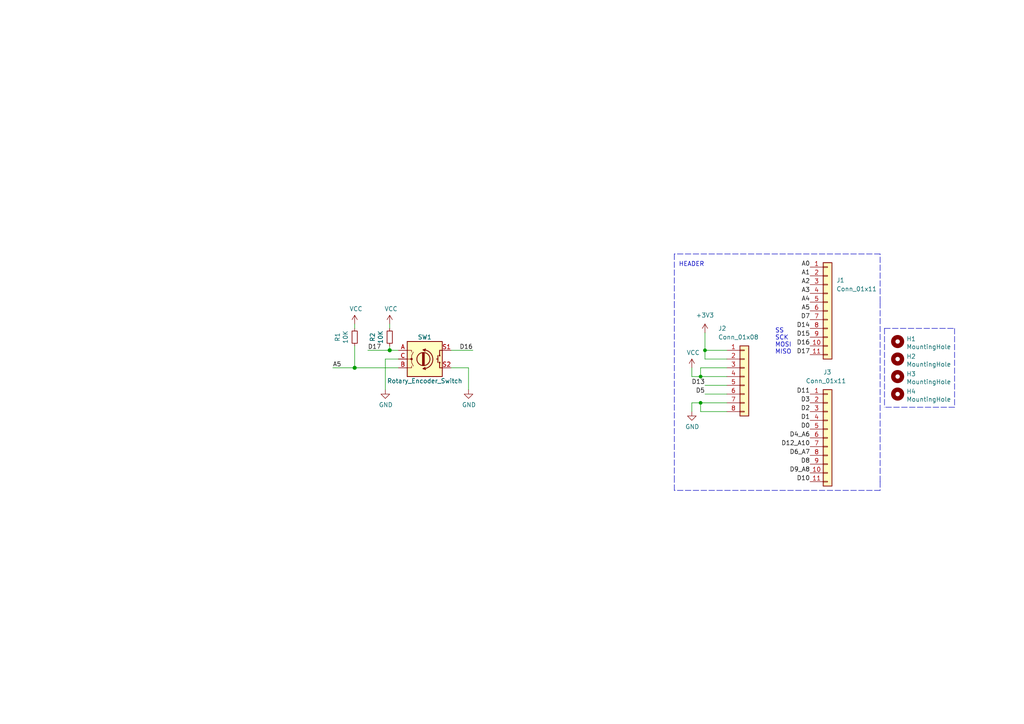
<source format=kicad_sch>
(kicad_sch (version 20211123) (generator eeschema)
  (paper "A4")
  (title_block (title "Arduino Module") (date "2021-11-13") (rev "1.0"))
  (lib_symbols
    (symbol "Connector_Generic:Conn_01x08" (pin_names (offset 1.016) hide)
      (property "Reference" "J" (at 0 10.16 0))
      (property "Value" "Conn_01x08" (at 0 -12.7 0))
      (symbol "Conn_01x08_1_1"
        (rectangle (start -1.27 -10.033) (end 0 -10.287) (stroke (width 0.1524)))
        (rectangle (start -1.27 -7.493) (end 0 -7.747) (stroke (width 0.1524)))
        (rectangle (start -1.27 -4.953) (end 0 -5.207) (stroke (width 0.1524)))
        (rectangle (start -1.27 -2.413) (end 0 -2.667) (stroke (width 0.1524)))
        (rectangle (start -1.27 0.127) (end 0 -0.127) (stroke (width 0.1524)))
        (rectangle (start -1.27 2.667) (end 0 2.413) (stroke (width 0.1524)))
        (rectangle (start -1.27 5.207) (end 0 4.953) (stroke (width 0.1524)))
        (rectangle (start -1.27 7.747) (end 0 7.493) (stroke (width 0.1524)))
        (rectangle (start -1.27 8.89) (end 1.27 -11.43) (stroke (width 0.254)) (fill (type background)))
        (pin passive line (at -5.08 7.62 0) (length 3.81) (name "Pin_1") (number "1"))
        (pin passive line (at -5.08 5.08 0) (length 3.81) (name "Pin_2") (number "2"))
        (pin passive line (at -5.08 2.54 0) (length 3.81) (name "Pin_3") (number "3"))
        (pin passive line (at -5.08 0 0) (length 3.81) (name "Pin_4") (number "4"))
        (pin passive line (at -5.08 -2.54 0) (length 3.81) (name "Pin_5") (number "5"))
        (pin passive line (at -5.08 -5.08 0) (length 3.81) (name "Pin_6") (number "6"))
        (pin passive line (at -5.08 -7.62 0) (length 3.81) (name "Pin_7") (number "7"))
        (pin passive line (at -5.08 -10.16 0) (length 3.81) (name "Pin_8") (number "8"))
      )
    )
    (symbol "Connector_Generic:Conn_01x11" (pin_names (offset 1.016) hide)
      (property "Reference" "J" (at 0 15.24 0))
      (property "Value" "Conn_01x11" (at 0 -15.24 0))
      (symbol "Conn_01x11_1_1"
        (rectangle (start -1.27 -12.573) (end 0 -12.827) (stroke (width 0.1524)))
        (rectangle (start -1.27 -10.033) (end 0 -10.287) (stroke (width 0.1524)))
        (rectangle (start -1.27 -7.493) (end 0 -7.747) (stroke (width 0.1524)))
        (rectangle (start -1.27 -4.953) (end 0 -5.207) (stroke (width 0.1524)))
        (rectangle (start -1.27 -2.413) (end 0 -2.667) (stroke (width 0.1524)))
        (rectangle (start -1.27 0.127) (end 0 -0.127) (stroke (width 0.1524)))
        (rectangle (start -1.27 2.667) (end 0 2.413) (stroke (width 0.1524)))
        (rectangle (start -1.27 5.207) (end 0 4.953) (stroke (width 0.1524)))
        (rectangle (start -1.27 7.747) (end 0 7.493) (stroke (width 0.1524)))
        (rectangle (start -1.27 10.287) (end 0 10.033) (stroke (width 0.1524)))
        (rectangle (start -1.27 12.827) (end 0 12.573) (stroke (width 0.1524)))
        (rectangle (start -1.27 13.97) (end 1.27 -13.97) (stroke (width 0.254)) (fill (type background)))
        (pin passive line (at -5.08 12.7 0) (length 3.81) (name "Pin_1") (number "1"))
        (pin passive line (at -5.08 -10.16 0) (length 3.81) (name "Pin_10") (number "10"))
        (pin passive line (at -5.08 -12.7 0) (length 3.81) (name "Pin_11") (number "11"))
        (pin passive line (at -5.08 10.16 0) (length 3.81) (name "Pin_2") (number "2"))
        (pin passive line (at -5.08 7.62 0) (length 3.81) (name "Pin_3") (number "3"))
        (pin passive line (at -5.08 5.08 0) (length 3.81) (name "Pin_4") (number "4"))
        (pin passive line (at -5.08 2.54 0) (length 3.81) (name "Pin_5") (number "5"))
        (pin passive line (at -5.08 0 0) (length 3.81) (name "Pin_6") (number "6"))
        (pin passive line (at -5.08 -2.54 0) (length 3.81) (name "Pin_7") (number "7"))
        (pin passive line (at -5.08 -5.08 0) (length 3.81) (name "Pin_8") (number "8"))
        (pin passive line (at -5.08 -7.62 0) (length 3.81) (name "Pin_9") (number "9"))
      )
    )
    (symbol "Device:R_Small" (pin_numbers hide) (pin_names (offset 0.254) hide)
      (property "Reference" "R" (at 0.762 0.508 0))
      (property "Value" "R_Small" (at 0.762 -1.016 0))
      (symbol "R_Small_0_1"
        (rectangle (start -0.762 1.778) (end 0.762 -1.778) (stroke (width 0.2032)))
      )
      (symbol "R_Small_1_1"
        (pin passive line (at 0 2.54 270) (length 0.762) (name "~") (number "1"))
        (pin passive line (at 0 -2.54 90) (length 0.762) (name "~") (number "2"))
      )
    )
    (symbol "Macro_Keyboard_v2-rescue:Rotary_Encoder_Switch-Device" (pin_names (offset 0.254) hide)
      (property "Reference" "SW" (at 0 6.604 0))
      (property "Value" "Rotary_Encoder_Switch-Device" (at 0 -6.604 0))
      (symbol "Rotary_Encoder_Switch-Device_0_1"
        (rectangle (start -5.08 5.08) (end 5.08 -5.08) (stroke (width 0.254)) (fill (type background)))
        (circle (center -3.81 0) (radius 0.254) (fill (type outline)))
        (arc (start -0.381 -2.794) (mid 2.3622 -0.0635) (end -0.381 2.667) (stroke (width 0.254)))
        (circle (center -0.381 0) (radius 1.905) (stroke (width 0.254)))
        (polyline (pts (xy -0.635 -1.778) (xy -0.635 1.778)) (stroke (width 0.254)))
        (polyline (pts (xy -0.381 -1.778) (xy -0.381 1.778)) (stroke (width 0.254)))
        (polyline (pts (xy -0.127 1.778) (xy -0.127 -1.778)) (stroke (width 0.254)))
        (polyline (pts (xy 3.81 0) (xy 3.429 0)) (stroke (width 0.254)))
        (polyline (pts (xy 3.81 1.016) (xy 3.81 -1.016)) (stroke (width 0.254)))
        (polyline (pts (xy -5.08 -2.54) (xy -3.81 -2.54) (xy -3.81 -2.032)))
        (polyline (pts (xy -5.08 2.54) (xy -3.81 2.54) (xy -3.81 2.032)))
        (polyline (pts (xy 0.254 -3.048) (xy -0.508 -2.794) (xy 0.127 -2.413)) (stroke (width 0.254)))
        (polyline (pts (xy 0.254 2.921) (xy -0.508 2.667) (xy 0.127 2.286)) (stroke (width 0.254)))
        (polyline (pts (xy 5.08 -2.54) (xy 4.318 -2.54) (xy 4.318 -1.016)) (stroke (width 0.254)))
        (polyline (pts (xy 5.08 2.54) (xy 4.318 2.54) (xy 4.318 1.016)) (stroke (width 0.254)))
        (polyline (pts (xy -5.08 0) (xy -3.81 0) (xy -3.81 -1.016) (xy -3.302 -2.032)))
        (polyline (pts (xy -4.318 0) (xy -3.81 0) (xy -3.81 1.016) (xy -3.302 2.032)))
        (circle (center 4.318 -1.016) (radius 0.127) (stroke (width 0.254)))
        (circle (center 4.318 1.016) (radius 0.127) (stroke (width 0.254)))
      )
      (symbol "Rotary_Encoder_Switch-Device_1_1"
        (pin passive line (at -7.62 2.54 0) (length 2.54) (name "A") (number "A"))
        (pin passive line (at -7.62 -2.54 0) (length 2.54) (name "B") (number "B"))
        (pin passive line (at -7.62 0 0) (length 2.54) (name "C") (number "C"))
        (pin passive line (at 7.62 2.54 180) (length 2.54) (name "S1") (number "S1"))
        (pin passive line (at 7.62 -2.54 180) (length 2.54) (name "S2") (number "S2"))
      )
    )
    (symbol "Mechanical:MountingHole" (pin_names (offset 1.016))
      (property "Reference" "H" (at 0 5.08 0))
      (property "Value" "MountingHole" (at 0 3.175 0))
      (symbol "MountingHole_0_1"
        (circle (center 0 0) (radius 1.27) (stroke (width 1.27)))
      )
    )
    (symbol "power:+3.3V" (power) (pin_names (offset 0))
      (property "Value" "+3.3V" (at 0 3.556 0))
      (symbol "+3.3V_0_1"
        (polyline (pts (xy -0.762 1.27) (xy 0 2.54)))
        (polyline (pts (xy 0 0) (xy 0 2.54)))
        (polyline (pts (xy 0 2.54) (xy 0.762 1.27)))
      )
      (symbol "+3.3V_1_1"
        (pin power_in line (at 0 0 90) (length 0) hide (name "+3V3") (number "1"))
      )
    )
    (symbol "power:GND" (power) (pin_names (offset 0))
      (property "Value" "GND" (at 0 -3.81 0))
      (symbol "GND_0_1"
        (polyline (pts (xy 0 0) (xy 0 -1.27) (xy 1.27 -1.27) (xy 0 -2.54) (xy -1.27 -1.27) (xy 0 -1.27)))
      )
      (symbol "GND_1_1"
        (pin power_in line (at 0 0 270) (length 0) hide (name "GND") (number "1"))
      )
    )
    (symbol "power:VCC" (power) (pin_names (offset 0))
      (property "Value" "VCC" (at 0 3.81 0))
      (symbol "VCC_0_1"
        (polyline (pts (xy -0.762 1.27) (xy 0 2.54)))
        (polyline (pts (xy 0 0) (xy 0 2.54)))
        (polyline (pts (xy 0 2.54) (xy 0.762 1.27)))
      )
      (symbol "VCC_1_1"
        (pin power_in line (at 0 0 90) (length 0) hide (name "VCC") (number "1"))
      )
    )
  )
  (junction (at 102.87 106.68) (diameter 1.016))
  (junction (at 203.2 116.84) (diameter 0.9144))
  (junction (at 113.03 101.6) (diameter 1.016))
  (junction (at 203.2 109.22) (diameter 0.9144))
  (junction (at 204.47 101.6) (diameter 0.9144))
  (wire (pts (xy 115.57 101.6) (xy 113.03 101.6)))
  (wire (pts (xy 102.87 93.98) (xy 102.87 95.25)))
  (wire (pts (xy 204.47 111.76) (xy 210.82 111.76)))
  (polyline (pts (xy 195.58 142.24) (xy 195.58 139.7)) (stroke (width 0) (type dash)))
  (polyline (pts (xy 255.27 139.7) (xy 255.27 142.24)) (stroke (width 0) (type dash)))
  (polyline (pts (xy 255.27 142.24) (xy 195.58 142.24)) (stroke (width 0) (type dash)))
  (wire (pts (xy 115.57 106.68) (xy 102.87 106.68)))
  (wire (pts (xy 130.81 106.68) (xy 135.89 106.68)))
  (wire (pts (xy 135.89 106.68) (xy 135.89 113.03)))
  (wire (pts (xy 204.47 101.6) (xy 204.47 104.14)))
  (wire (pts (xy 204.47 96.52) (xy 204.47 101.6)))
  (wire (pts (xy 210.82 104.14) (xy 204.47 104.14)))
  (wire (pts (xy 204.47 114.3) (xy 210.82 114.3)))
  (wire (pts (xy 115.57 104.14) (xy 111.76 104.14)))
  (wire (pts (xy 203.2 109.22) (xy 210.82 109.22)))
  (polyline (pts (xy 195.58 87.63) (xy 195.58 139.7)) (stroke (width 0) (type dash)))
  (polyline (pts (xy 255.27 139.7) (xy 255.27 87.63)) (stroke (width 0) (type dash)))
  (polyline (pts (xy 195.58 73.66) (xy 195.58 87.63)) (stroke (width 0) (type dash)))
  (polyline (pts (xy 255.27 73.66) (xy 195.58 73.66)) (stroke (width 0) (type dash)))
  (polyline (pts (xy 255.27 87.63) (xy 255.27 73.66)) (stroke (width 0) (type dash)))
  (wire (pts (xy 200.66 116.84) (xy 200.66 119.38)))
  (wire (pts (xy 200.66 109.22) (xy 203.2 109.22)))
  (wire (pts (xy 200.66 106.68) (xy 200.66 109.22)))
  (wire (pts (xy 200.66 116.84) (xy 203.2 116.84)))
  (wire (pts (xy 203.2 116.84) (xy 210.82 116.84)))
  (wire (pts (xy 204.47 101.6) (xy 210.82 101.6)))
  (wire (pts (xy 102.87 100.33) (xy 102.87 106.68)))
  (wire (pts (xy 130.81 101.6) (xy 137.16 101.6)))
  (wire (pts (xy 102.87 106.68) (xy 96.52 106.68)))
  (wire (pts (xy 113.03 101.6) (xy 106.68 101.6)))
  (wire (pts (xy 113.03 93.98) (xy 113.03 95.25)))
  (wire (pts (xy 113.03 100.33) (xy 113.03 101.6)))
  (polyline (pts (xy 256.54 95.25) (xy 276.86 95.25)) (stroke (width 0) (type dash)))
  (polyline (pts (xy 276.86 95.25) (xy 276.86 118.11)) (stroke (width 0) (type dash)))
  (polyline (pts (xy 276.86 118.11) (xy 256.54 118.11)) (stroke (width 0) (type dash)))
  (polyline (pts (xy 256.54 95.25) (xy 256.54 118.11)) (stroke (width 0) (type dash)))
  (wire (pts (xy 111.76 104.14) (xy 111.76 113.03)))
  (wire (pts (xy 203.2 106.68) (xy 203.2 109.22)))
  (wire (pts (xy 203.2 106.68) (xy 210.82 106.68)))
  (wire (pts (xy 203.2 119.38) (xy 203.2 116.84)))
  (wire (pts (xy 203.2 119.38) (xy 210.82 119.38)))
  (text "HEADER" (at 196.85 77.47 0) (effects (font (size 1.27 1.27)) (justify left bottom)))
  (text "SS\nSCK\nMOSI\nMISO" (at 224.79 102.87 0) (effects (font (size 1.27 1.27)) (justify left bottom)))
  (label "D9_A8" (at 234.95 137.16 180))
  (label "D10" (at 234.95 139.7 180))
  (label "D13" (at 204.47 111.76 180))
  (label "D3" (at 234.95 116.84 180))
  (label "D1" (at 234.95 121.92 180))
  (label "D7" (at 234.95 92.71 180))
  (label "A1" (at 234.95 80.01 180))
  (label "D17" (at 106.68 101.6 0))
  (label "A5" (at 234.95 90.17 180))
  (label "D6_A7" (at 234.95 132.08 180))
  (label "A4" (at 234.95 87.63 180))
  (label "A0" (at 234.95 77.47 180))
  (label "D11" (at 234.95 114.3 180))
  (label "D8" (at 234.95 134.62 180))
  (label "D4_A6" (at 234.95 127 180))
  (label "D12_A10" (at 234.95 129.54 180))
  (label "D16" (at 137.16 101.6 180))
  (label "D14" (at 234.95 95.25 180))
  (label "A5" (at 96.52 106.68 0))
  (label "D5" (at 204.47 114.3 180))
  (label "A2" (at 234.95 82.55 180))
  (label "A3" (at 234.95 85.09 180))
  (label "D17" (at 234.95 102.87 180))
  (label "D2" (at 234.95 119.38 180))
  (label "D16" (at 234.95 100.33 180))
  (label "D0" (at 234.95 124.46 180))
  (label "D15" (at 234.95 97.79 180))
  (symbol (lib_id "power:GND") (at 200.66 119.38 0) (unit 1)
    (property "Reference" "#PWR011" (effects hide))
    (property "Value" "GND" (at 200.787 123.7742 0))
  )
  (symbol (lib_id "Connector_Generic:Conn_01x08") (at 215.9 109.22 0) (unit 1)
    (property "Reference" "J2" (at 208.28 95.2499 0) (effects (justify left)))
    (property "Value" "Conn_01x08" (at 208.28 97.7899 0) (effects (justify left)))
    (property "Footprint" "Connector_PinHeader_2.54mm:PinHeader_1x08_P2.54mm_Vertical" (effects hide))
  )
  (symbol (lib_id "Connector_Generic:Conn_01x11") (at 240.03 90.17 0) (unit 1) (in_bom no)
    (property "Reference" "J1" (at 242.57 81.2799 0) (effects (justify left)))
    (property "Value" "Conn_01x11" (at 242.57 83.8199 0) (effects (justify left)))
    (property "Footprint" "Connector_PinHeader_2.54mm:PinHeader_1x11_P2.54mm_Vertical" (effects hide))
  )
  (symbol (lib_id "power:VCC") (at 200.66 106.68 0) (unit 1)
    (property "Reference" "#PWR08" (effects hide))
    (property "Value" "VCC" (at 201.041 102.2858 0))
  )
  (symbol (lib_id "power:+3.3V") (at 204.47 96.52 0) (unit 1)
    (property "Reference" "#PWR05" (effects hide))
    (property "Value" "+3.3V" (at 204.47 91.44 0))
  )
  (symbol (lib_id "power:VCC") (at 113.03 93.98 0) (unit 1)
    (property "Reference" "#PWR0103" (effects hide))
    (property "Value" "VCC" (at 113.411 89.5858 0))
  )
  (symbol (lib_id "Connector_Generic:Conn_01x11") (at 240.03 127 0) (unit 1) (in_bom no)
    (property "Reference" "J3" (at 238.76 107.9499 0) (effects (justify left)))
    (property "Value" "Conn_01x11" (at 233.68 110.4899 0) (effects (justify left)))
    (property "Footprint" "Connector_PinHeader_2.54mm:PinHeader_1x11_P2.54mm_Vertical" (effects hide))
  )
  (symbol (lib_id "Device:R_Small") (at 113.03 97.79 0) (unit 1)
    (property "Reference" "R2" (at 108.0516 97.79 90))
    (property "Value" "10K" (at 110.363 97.79 90))
    (property "Footprint" "Resistor_SMD:R_0603_1608Metric_Pad0.98x0.95mm_HandSolder" (effects hide))
  )
  (symbol (lib_id "Mechanical:MountingHole") (at 260.35 109.22 0) (unit 1) (in_bom no)
    (property "Reference" "H3" (at 262.8901 108.4591 0) (effects (justify left)))
    (property "Value" "MountingHole" (at 262.8901 110.7578 0) (effects (justify left)))
    (property "Footprint" "MountingHole:MountingHole_2.2mm_M2_Pad" (effects hide))
  )
  (symbol (lib_id "power:GND") (at 135.89 113.03 0) (unit 1)
    (property "Reference" "#PWR0104" (effects hide))
    (property "Value" "GND" (at 136.017 117.4242 0))
  )
  (symbol (lib_id "power:GND") (at 111.76 113.03 0) (unit 1)
    (property "Reference" "#PWR0102" (effects hide))
    (property "Value" "GND" (at 111.887 117.4242 0))
  )
  (symbol (lib_id "Device:R_Small") (at 102.87 97.79 0) (unit 1)
    (property "Reference" "R1" (at 97.8916 97.79 90))
    (property "Value" "10K" (at 100.203 97.79 90))
    (property "Footprint" "Resistor_SMD:R_0603_1608Metric_Pad0.98x0.95mm_HandSolder" (effects hide))
  )
  (symbol (lib_id "Mechanical:MountingHole") (at 260.35 104.14 0) (unit 1) (in_bom no)
    (property "Reference" "H2" (at 262.8901 103.3791 0) (effects (justify left)))
    (property "Value" "MountingHole" (at 262.8901 105.6778 0) (effects (justify left)))
    (property "Footprint" "MountingHole:MountingHole_2.2mm_M2_Pad" (effects hide))
  )
  (symbol (lib_id "Macro_Keyboard_v2-rescue:Rotary_Encoder_Switch-Device") (at 123.19 104.14 0) (unit 1)
    (property "Reference" "SW1" (at 123.19 97.79 0))
    (property "Value" "Rotary_Encoder_Switch" (at 123.19 110.49 0))
    (property "Footprint" "Rotary_Encoder:RotaryEncoder_Alps_EC11E-Switch_Vertical_H20mm" (effects hide))
  )
  (symbol (lib_id "power:VCC") (at 102.87 93.98 0) (unit 1)
    (property "Reference" "#PWR0101" (effects hide))
    (property "Value" "VCC" (at 103.251 89.5858 0))
  )
  (symbol (lib_id "Mechanical:MountingHole") (at 260.35 99.06 0) (unit 1) (in_bom no)
    (property "Reference" "H1" (at 262.8901 98.2991 0) (effects (justify left)))
    (property "Value" "MountingHole" (at 262.8901 100.5978 0) (effects (justify left)))
    (property "Footprint" "MountingHole:MountingHole_2.2mm_M2_Pad" (effects hide))
  )
  (symbol (lib_id "Mechanical:MountingHole") (at 260.35 114.3 0) (unit 1) (in_bom no)
    (property "Reference" "H4" (at 262.8901 113.5391 0) (effects (justify left)))
    (property "Value" "MountingHole" (at 262.8901 115.8378 0) (effects (justify left)))
    (property "Footprint" "MountingHole:MountingHole_2.2mm_M2_Pad" (effects hide))
  )
)
</source>
